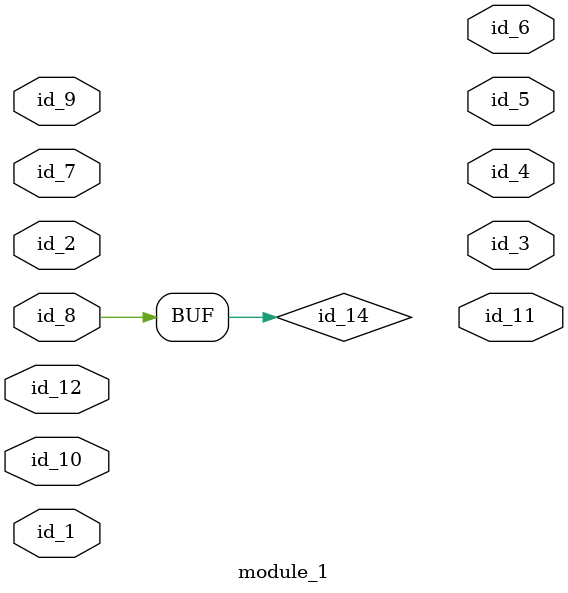
<source format=v>
module module_0 (
    id_1,
    id_2
);
  input wire id_2;
  inout wire id_1;
  wire id_3, id_4 = id_2;
endmodule
module module_1 (
    id_1,
    id_2,
    id_3,
    id_4,
    id_5,
    id_6,
    id_7,
    id_8,
    id_9,
    id_10,
    id_11,
    id_12
);
  input wire id_12;
  output wire id_11;
  inout wire id_10;
  inout wire id_9;
  inout wire id_8;
  input wire id_7;
  output wire id_6;
  output wire id_5;
  output wire id_4;
  output wire id_3;
  input wire id_2;
  input wire id_1;
  wire id_13;
  wire id_14, id_15, id_16;
  module_0 modCall_1 (
      id_16,
      id_9
  );
  assign id_8 = id_14;
endmodule

</source>
